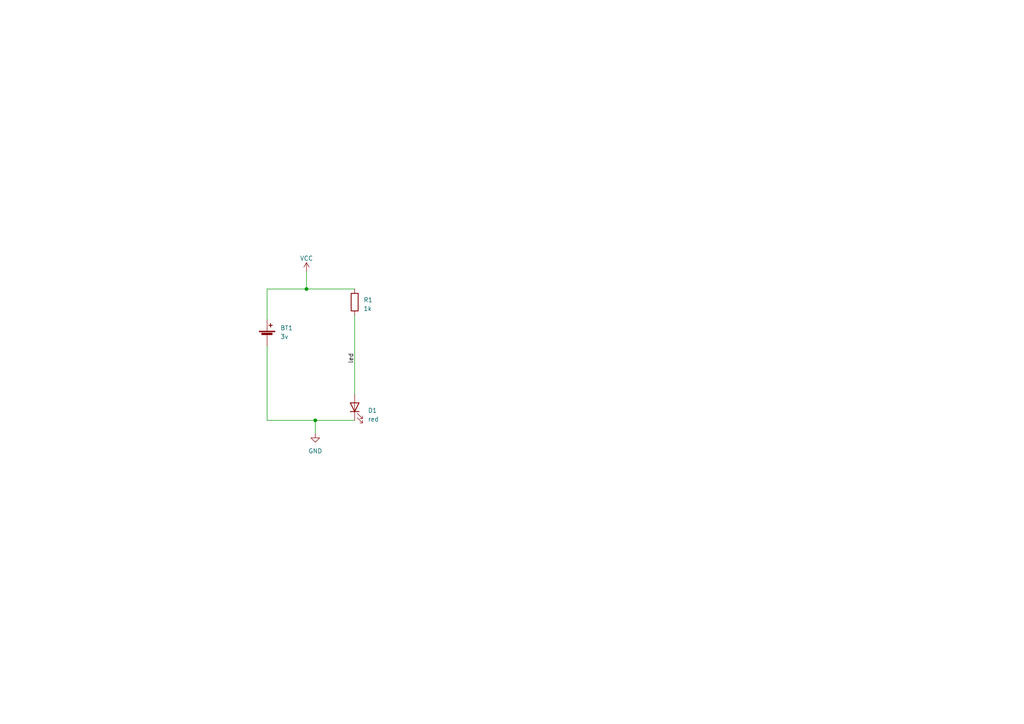
<source format=kicad_sch>
(kicad_sch (version 20230121) (generator eeschema)
  (paper "A4")
  (lib_symbols
    (symbol "Device:Battery_Cell" (pin_numbers hide) (pin_names (offset 0) hide)
      (property "Reference" "BT" (at 2.54 2.54 0))
      (property "Value" "Battery_Cell" (at 2.54 0 0))
      (symbol "Battery_Cell_0_1"
        (rectangle (start -2.286 1.778) (end 2.286 1.524) (fill (type outline)))
        (rectangle (start -1.5748 1.1938) (end 1.4732 0.6858) (fill (type outline)))
        (polyline (pts (xy 0 0.762) (xy 0 0)))
        (polyline (pts (xy 0 1.778) (xy 0 2.54)))
        (polyline (pts (xy 0.508 3.429) (xy 1.524 3.429)) (stroke (width 0.254)))
        (polyline (pts (xy 1.016 3.937) (xy 1.016 2.921)) (stroke (width 0.254)))
      )
      (symbol "Battery_Cell_1_1"
        (pin passive line (at 0 5.08 270) (length 2.54) (name "+") (number "1"))
        (pin passive line (at 0 -2.54 90) (length 2.54) (name "-") (number "2"))
      )
    )
    (symbol "Device:LED" (pin_numbers hide) (pin_names (offset 1.016) hide)
      (property "Reference" "D" (at 0 2.54 0))
      (property "Value" "LED" (at 0 -2.54 0))
      (symbol "LED_0_1"
        (polyline (pts (xy -1.27 -1.27) (xy -1.27 1.27)) (stroke (width 0.254)))
        (polyline (pts (xy -1.27 0) (xy 1.27 0)))
        (polyline (pts (xy 1.27 -1.27) (xy 1.27 1.27) (xy -1.27 0) (xy 1.27 -1.27)) (stroke (width 0.254)))
        (polyline (pts (xy -3.048 -0.762) (xy -4.572 -2.286) (xy -3.81 -2.286) (xy -4.572 -2.286) (xy -4.572 -1.524)))
        (polyline (pts (xy -1.778 -0.762) (xy -3.302 -2.286) (xy -2.54 -2.286) (xy -3.302 -2.286) (xy -3.302 -1.524)))
      )
      (symbol "LED_1_1"
        (pin passive line (at -3.81 0 0) (length 2.54) (name "K") (number "1"))
        (pin passive line (at 3.81 0 180) (length 2.54) (name "A") (number "2"))
      )
    )
    (symbol "Device:R" (pin_numbers hide) (pin_names (offset 0))
      (property "Reference" "R" (at 2.032 0 90))
      (property "Value" "R" (at 0 0 90))
      (symbol "R_0_1"
        (rectangle (start -1.016 -2.54) (end 1.016 2.54) (stroke (width 0.254)))
      )
      (symbol "R_1_1"
        (pin passive line (at 0 3.81 270) (length 1.27) (name "~") (number "1"))
        (pin passive line (at 0 -3.81 90) (length 1.27) (name "~") (number "2"))
      )
    )
    (symbol "power:GND" (power) (pin_names (offset 0))
      (property "Value" "GND" (at 0 -3.81 0))
      (symbol "GND_0_1"
        (polyline (pts (xy 0 0) (xy 0 -1.27) (xy 1.27 -1.27) (xy 0 -2.54) (xy -1.27 -1.27) (xy 0 -1.27)))
      )
      (symbol "GND_1_1"
        (pin power_in line (at 0 0 270) (length 0) hide (name "GND") (number "1"))
      )
    )
    (symbol "power:VCC" (power) (pin_names (offset 0))
      (property "Value" "VCC" (at 0 3.81 0))
      (symbol "VCC_0_1"
        (polyline (pts (xy -0.762 1.27) (xy 0 2.54)))
        (polyline (pts (xy 0 0) (xy 0 2.54)))
        (polyline (pts (xy 0 2.54) (xy 0.762 1.27)))
      )
      (symbol "VCC_1_1"
        (pin power_in line (at 0 0 90) (length 0) hide (name "VCC") (number "1"))
      )
    )
  )
  (junction (at 88.9 83.82))
  (junction (at 91.44 121.92))
  (wire (pts (xy 91.44 121.92) (xy 91.44 125.73)))
  (wire (pts (xy 77.47 121.92) (xy 91.44 121.92)))
  (wire (pts (xy 77.47 83.82) (xy 77.47 92.71)))
  (wire (pts (xy 77.47 100.33) (xy 77.47 121.92)))
  (wire (pts (xy 91.44 121.92) (xy 102.87 121.92)))
  (wire (pts (xy 88.9 78.74) (xy 88.9 83.82)))
  (wire (pts (xy 102.87 83.82) (xy 88.9 83.82)))
  (wire (pts (xy 102.87 91.44) (xy 102.87 114.3)))
  (wire (pts (xy 88.9 83.82) (xy 77.47 83.82)))
  (label "led" (at 102.87 105.41 90))
  (symbol (lib_id "Device:R") (at 102.87 87.63 0) (unit 1)
    (property "Reference" "R1" (at 105.41 86.995 0) (effects (justify left)))
    (property "Value" "1k" (at 105.41 89.535 0) (effects (justify left)))
    (property "Footprint" "Resistor_THT:R_Axial_DIN0204_L3.6mm_D1.6mm_P1.90mm_Vertical" (effects hide))
  )
  (symbol (lib_id "power:VCC") (at 88.9 78.74 0) (unit 1)
    (property "Reference" "#PWR01" (effects hide))
    (property "Value" "VCC" (at 88.9 74.93 0))
  )
  (symbol (lib_id "Device:LED") (at 102.87 118.11 90) (unit 1)
    (property "Reference" "D1" (at 106.68 119.0625 90) (effects (justify right)))
    (property "Value" "red" (at 106.68 121.6025 90) (effects (justify right)))
    (property "Footprint" "LED_SMD:LED_0402_1005Metric" (effects hide))
  )
  (symbol (lib_id "power:GND") (at 91.44 125.73 0) (unit 1)
    (property "Reference" "#PWR02" (effects hide))
    (property "Value" "GND" (at 91.44 130.81 0))
  )
  (symbol (lib_id "Device:Battery_Cell") (at 77.47 97.79 0) (unit 1)
    (property "Reference" "BT1" (at 81.28 95.123 0) (effects (justify left)))
    (property "Value" "3v" (at 81.28 97.663 0) (effects (justify left)))
    (property "Footprint" "Battery:BatteryHolder_Bulgin_BX0036_1xC" (effects hide))
  )
)
</source>
